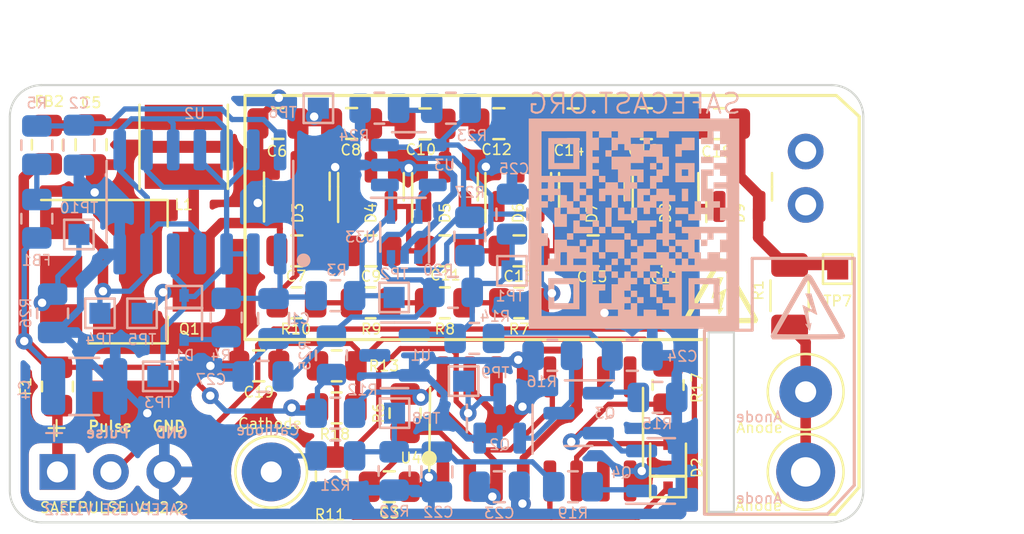
<source format=kicad_pcb>
(kicad_pcb (version 20210424) (generator pcbnew)
  (title_block (title "SafePulse High Voltage Geiger Muller Power Supply") (date "2021-05-15") (rev "V1.2.2"))
  (layers (0 "F.Cu" signal) (1 "In1.Cu" signal) (2 "In2.Cu" signal) (31 "B.Cu" signal) (34 "B.Paste" user) (35 "F.Paste" user) (36 "B.SilkS" user "B.Silkscreen") (37 "F.SilkS" user "F.Silkscreen") (38 "B.Mask" user) (39 "F.Mask" user) (44 "Edge.Cuts" user))
  (net 0 "")
  (net 1 "Net-(C1-Pad1)")
  (net 2 "Net-(C3-Pad1)")
  (net 3 "GND")
  (net 4 "Net-(C5-Pad1)")
  (net 5 "Net-(C7-Pad1)")
  (net 6 "Net-(C7-Pad2)")
  (net 7 "Net-(C24-Pad1)")
  (net 8 "+3V3")
  (net 9 "Net-(Q2-Pad3)")
  (net 10 "Net-(Q2-Pad1)")
  (net 11 "Net-(C2-Pad1)")
  (net 12 "Net-(D1-Pad1)")
  (net 13 "+1V2")
  (net 14 "Net-(Q1-Pad1)")
  (net 15 "Net-(D1-Pad2)")
  (net 16 "Net-(D2-Pad1)")
  (net 17 "Net-(C22-Pad1)")
  (net 18 "Net-(FB1-Pad2)")
  (net 19 "Net-(H1-Pad1)")
  (net 20 "Net-(H2-Pad1)")
  (net 21 "Net-(R8-Pad2)")
  (net 22 "Net-(C19-Pad1)")
  (net 23 "Net-(D2-Pad2)")
  (net 24 "Net-(F1-Pad1)")
  (net 25 "Net-(R10-Pad2)")
  (net 26 "Net-(U4-Pad12)")
  (net 34 "Net-(Q3-Pad2)")
  (net 35 "Net-(Q4-Pad1)")
  (net 36 "Net-(R7-Pad2)")
  (net 37 "Net-(C27-Pad1)")
  (net 38 "Net-(Q1-Pad3)")
  (net 39 "Net-(C6-Pad2)")
  (net 40 "Net-(C10-Pad1)")
  (net 41 "Net-(C11-Pad1)")
  (net 42 "Net-(C10-Pad2)")
  (net 43 "Net-(C11-Pad2)")
  (net 44 "Net-(C12-Pad2)")
  (net 45 "Net-(C13-Pad2)")
  (net 46 "Net-(C14-Pad2)")
  (net 47 "Net-(C15-Pad2)")
  (net 48 "Net-(C16-Pad2)")
  (net 49 "Net-(C17-Pad2)")
  (net 50 "Net-(C18-Pad2)")
  (net 51 "Net-(R7-Pad1)")
  (net 52 "Net-(U3-Pad1)")
  (net 53 "Net-(R23-Pad2)")
  (net 54 "Net-(R27-Pad1)")
  (footprint "Capacitor_SMD:C_0805_2012Metric" (layer "F.Cu") (at 146.918666 65.05)
    (fp_text reference "C11")
    (fp_text value "0.1uF" hide)
  )
  (footprint "Resistor_SMD:R_0805_2012Metric" (layer "F.Cu") (at 128.5 71.501 90)
    (fp_text reference "F1")
    (fp_text value "Polyfuse" hide)
  )
  (footprint "Connector_PinHeader_2.54mm:PinHeader_1x02_P2.54mm_Vertical" (layer "F.Cu") (at 164.06 60.325)
    (fp_text reference "two_pinheader1" hide)
    (fp_text value "Conn_01x03_Male" hide)
  )
  (footprint "Capacitor_SMD:C_0805_2012Metric" (layer "F.Cu") (at 143.398333 65.05)
    (fp_text reference "C9")
    (fp_text value "0.1uF" hide)
  )
  (footprint "TestPoint:TestPoint_Loop_D3.50mm_Drill1.4mm_Beaded" (layer "F.Cu") (at 164.06 71.755 90)
    (fp_text reference "H2" hide)
    (fp_text value "Anode")
  )
  (footprint "TestPoint:TestPoint_Loop_D3.50mm_Drill1.4mm_Beaded" (layer "F.Cu") (at 164.06 75.565)
    (fp_text reference "H4" hide)
    (fp_text value "Anode")
  )
  (footprint "Package_TO_SOT_SMD:SOT-23" (layer "F.Cu") (at 157.4 62 90)
    (fp_text reference "D8")
    (fp_text value "BAV23S" hide)
  )
  (footprint "Package_TO_SOT_SMD:SOT-23" (layer "F.Cu") (at 143.4 62 90)
    (fp_text reference "D4")
    (fp_text value "BAV23S" hide)
  )
  (footprint "Capacitor_SMD:C_0805_2012Metric" (layer "F.Cu") (at 149.48 59)
    (fp_text reference "C12")
    (fp_text value "0.1uF" hide)
  )
  (footprint "Capacitor_SMD:C_0805_2012Metric" (layer "F.Cu") (at 150.438999 65.05)
    (fp_text reference "C13")
    (fp_text value "0.1uF" hide)
  )
  (footprint "Resistor_SMD:R_0805_2012Metric" (layer "F.Cu") (at 157.52 71.4325 -90)
    (fp_text reference "R17")
    (fp_text value "499k" hide)
  )
  (footprint "Capacitor_SMD:C_0805_2012Metric" (layer "F.Cu") (at 145.97 59.01)
    (fp_text reference "C10")
    (fp_text value "0.1uF" hide)
  )
  (footprint "Package_TO_SOT_SMD:SOT-23" (layer "F.Cu") (at 139.878 61.976 90)
    (fp_text reference "D3")
    (fp_text value "BAV23S" hide)
  )
  (footprint "Resistor_SMD:R_0805_2012Metric" (layer "F.Cu") (at 146.911998 67.52 180)
    (fp_text reference "R8")
    (fp_text value "22M" hide)
  )
  (footprint "Resistor_SMD:R_0805_2012Metric" (layer "F.Cu") (at 128.02 60 90)
    (fp_text reference "FB2")
    (fp_text value "74279220321" hide)
  )
  (footprint "Resistor_SMD:R_0805_2012Metric" (layer "F.Cu") (at 150.438999 67.52 180)
    (fp_text reference "R7")
    (fp_text value "22M" hide)
  )
  (footprint "Resistor_SMD:R_0805_2012Metric" (layer "F.Cu") (at 145.02 72.77 -90)
    (fp_text reference "R6")
    (fp_text value "121k" hide)
  )
  (footprint "Capacitor_SMD:C_0805_2012Metric" (layer "F.Cu") (at 153.959332 65.05)
    (fp_text reference "C15")
    (fp_text value "0.1uF" hide)
  )
  (footprint "Package_TO_SOT_SMD:SOT-23" (layer "F.Cu") (at 150.4 62 90)
    (fp_text reference "D6")
    (fp_text value "BAV23S" hide)
  )
  (footprint "TestPoint:TestPoint_Loop_D2.60mm_Drill1.4mm_Beaded" (layer "F.Cu") (at 138.66 75.565)
    (fp_text reference "H1" hide)
    (fp_text value "Cathode")
  )
  (footprint "Package_TO_SOT_SMD:SOT-23" (layer "F.Cu") (at 153.9 62 90)
    (fp_text reference "D7")
    (fp_text value "BAV23S" hide)
  )
  (footprint "Capacitor_SMD:C_0805_2012Metric" (layer "F.Cu") (at 138.98 58.99)
    (fp_text reference "C6")
    (fp_text value "0.1uF" hide)
  )
  (footprint "Capacitor_SMD:C_0805_2012Metric" (layer "F.Cu") (at 130.1 60 -90)
    (fp_text reference "C5")
    (fp_text value "10uF" hide)
  )
  (footprint "Connector_PinHeader_2.54mm:PinHeader_1x03_P2.54mm_Vertical" (layer "F.Cu") (at 128.5 75.565 90)
    (fp_text reference "J1" hide)
    (fp_text value "Conn_01x03_Male" hide)
  )
  (footprint "Symbol:HV warning" (layer "F.Cu") (at 159.996 66.929)
    (fp_text reference "G3" hide)
    (fp_text value "LOGO" hide)
  )
  (footprint "Resistor_SMD:R_1206_3216Metric" (layer "F.Cu") (at 163.298 67.183 -90)
    (fp_text reference "R1")
    (fp_text value "4.99M" hide)
  )
  (footprint "Capacitor_SMD:C_0805_2012Metric" (layer "F.Cu") (at 157.479665 65.05)
    (fp_text reference "C17")
    (fp_text value "0.1uF" hide)
  )
  (footprint "Resistor_SMD:R_0805_2012Metric" (layer "F.Cu") (at 141.77 72.52 180)
    (fp_text reference "R18")
    (fp_text value "1k" hide)
  )
  (footprint "Capacitor_SMD:C_0805_2012Metric" (layer "F.Cu") (at 139.878 65.05)
    (fp_text reference "C7")
    (fp_text value "0.1uF" hide)
  )
  (footprint "Capacitor_SMD:C_0805_2012Metric" (layer "F.Cu") (at 153.01 59.01)
    (fp_text reference "C14")
    (fp_text value "0.1uF" hide)
  )
  (footprint "Inductor_SMD:L_Taiyo-Yuden_MD-4040" (layer "F.Cu") (at 134.5 60.1 -90)
    (fp_text reference "L1")
    (fp_text value "4.7uH" hide)
  )
  (footprint "Resistor_SMD:R_0805_2012Metric" (layer "F.Cu") (at 141.52 75.77 90)
    (fp_text reference "R11")
    (fp_text value "33k" hide)
  )
  (footprint "Resistor_SMD:R_0805_2012Metric" (layer "F.Cu") (at 139.858 67.52)
    (fp_text reference "R10")
    (fp_text value "22M" hide)
  )
  (footprint "Capacitor_SMD:C_0805_2012Metric" (layer "F.Cu") (at 159.97 59)
    (fp_text reference "C18")
    (fp_text value "0.1uF" hide)
  )
  (footprint "Resistor_SMD:R_0805_2012Metric" (layer "F.Cu") (at 143.384999 67.52 180)
    (fp_text reference "R9")
    (fp_text value "22M" hide)
  )
  (footprint "Resistor_SMD:R_0805_2012Metric" (layer "F.Cu") (at 141.77 70.52 180)
    (fp_text reference "R13")
    (fp_text value "100k" hide)
  )
  (footprint "Capacitor_SMD:C_0805_2012Metric" (layer "F.Cu") (at 156.49 59)
    (fp_text reference "C16")
    (fp_text value "0.1uF" hide)
  )
  (footprint "Symbol:QR_code_SafePulse" (layer "F.Cu") (at 155.9 63.755)
    (fp_text reference "G***" hide)
    (fp_text value "LOGO" hide)
  )
  (footprint "Package_SO:SOIC-16_3.9x9.9mm_P1.27mm" (layer "F.Cu") (at 151.27 73.52 90)
    (fp_text reference "U4")
    (fp_text value "CD14538BM" hide)
  )
  (footprint "Package_TO_SOT_SMD:SOT-223-3_TabPin4" (layer "F.Cu") (at 131.826 66.04)
    (fp_text reference "Q1")
    (fp_text value "FQT7N10L" hide)
  )
  (footprint "Package_TO_SOT_SMD:SOT-23" (layer "F.Cu") (at 160.9 62 90)
    (fp_text reference "D9")
    (fp_text value "BAV23S" hide)
  )
  (footprint "Diode_SMD:D_SOD-323" (layer "F.Cu") (at 157.52 75.27 90)
    (fp_text reference "D2")
    (fp_text value "BAS16J" hide)
  )
  (footprint "TestPoint:TestPoint_Pad_1.0x1.0mm" (layer "F.Cu") (at 165.584 65.913)
    (fp_text reference "TP7")
    (fp_text value "TestPoint" hide)
  )
  (footprint "Capacitor_SMD:C_0805_2012Metric" (layer "F.Cu") (at 138.07 70.52 180)
    (fp_text reference "C19")
    (fp_text value "10uF" hide)
  )
  (footprint "Capacitor_SMD:C_0805_2012Metric" (layer "F.Cu") (at 142.48 58.99)
    (fp_text reference "C8")
    (fp_text value "0.1uF" hide)
  )
  (footprint "Package_TO_SOT_SMD:SOT-23" (layer "F.Cu") (at 146.918666 62 90)
    (fp_text reference "D5")
    (fp_text value "BAV23S" hide)
  )
  (footprint "Capacitor_SMD:C_0805_2012Metric" (layer "F.Cu") (at 144.27 76.27)
    (fp_text reference "C3")
    (fp_text value "1nF" hide)
  )
  (footprint "TestPoint:TestPoint_Pad_1.0x1.0mm" (layer "B.Cu") (at 132.52 68.02 180)
    (fp_text reference "TP5")
    (fp_text value "TestPoint" hide)
  )
  (footprint "Resistor_SMD:R_0805_2012Metric" (layer "B.Cu") (at 141.708 74.803)
    (fp_text reference "R21")
    (fp_text value "47k" hide)
  )
  (footprint "TestPoint:TestPoint_Pad_1.0x1.0mm" (layer "B.Cu") (at 150.1 66 180)
    (fp_text reference "TP1")
    (fp_text value "TestPoint" hide)
  )
  (footprint "Resistor_SMD:R_0805_2012Metric" (layer "B.Cu") (at 141.708 72.771)
    (fp_text reference "R12")
    (fp_text value "100" hide)
  )
  (footprint "Package_TO_SOT_SMD:SOT-23" (layer "B.Cu") (at 153.27 72.77 180)
    (fp_text reference "Q3")
    (fp_text value "MMBT3906" hide)
  )
  (footprint "TestPoint:TestPoint_Pad_1.0x1.0mm" (layer "B.Cu") (at 140.9 58.265 180)
    (fp_text reference "TP6")
    (fp_text value "TestPoint" hide)
  )
  (footprint "Resistor_SMD:R_0805_2012Metric" (layer "B.Cu") (at 143.8 58.265 180)
    (fp_text reference "R24")
    (fp_text value "22k" hide)
  )
  (footprint "Capacitor_SMD:C_0805_2012Metric" (layer "B.Cu") (at 149.5 76.27)
    (fp_text reference "C23")
    (fp_text value "10uF" hide)
  )
  (footprint "Capacitor_SMD:C_0805_2012Metric" (layer "B.Cu") (at 129.52 60.02 -90)
    (fp_text reference "C2")
    (fp_text value "10uF" hide)
  )
  (footprint "TestPoint:TestPoint_Pad_1.0x1.0mm" (layer "B.Cu") (at 133.27 71.02 180)
    (fp_text reference "TP3")
    (fp_text value "TestPoint" hide)
  )
  (footprint "Capacitor_SMD:C_0805_2012Metric" (layer "B.Cu") (at 155.82 70.02)
    (fp_text reference "C24")
    (fp_text value "10nF" hide)
  )
  (footprint "Resistor_SMD:R_0805_2012Metric" (layer "B.Cu") (at 141.52 70.02 90)
    (fp_text reference "R25")
    (fp_text value "100" hide)
  )
  (footprint "Resistor_SMD:R_0805_2012Metric" (layer "B.Cu") (at 144.502 75.52 -90)
    (fp_text reference "R22")
    (fp_text value "20k" hide)
  )
  (footprint "Diode_SMD:D_SOD-323" (layer "B.Cu") (at 134.52 68.22 -90)
    (fp_text reference "D1")
    (fp_text value "BAS16J" hide)
  )
  (footprint "Resistor_SMD:R_0805_2012Metric" (layer "B.Cu") (at 127.52 60.02 -90)
    (fp_text reference "R5")
    (fp_text value "100" hide)
  )
  (footprint "Capacitor_SMD:C_0805_2012Metric" (layer "B.Cu") (at 146.534 75.565 -90)
    (fp_text reference "C22")
    (fp_text value "390pF" hide)
  )
  (footprint "Package_TO_SOT_SMD:SOT-23" (layer "B.Cu") (at 157.2 75.52)
    (fp_text reference "Q4")
    (fp_text value "MMBT3906" hide)
  )
  (footprint "Resistor_SMD:R_0805_2012Metric" (layer "B.Cu") (at 147.3 67.024)
    (fp_text reference "R20")
    (fp_text value "118K" hide)
  )
  (footprint "Package_TO_SOT_SMD:SOT-23" (layer "B.Cu") (at 149.52 73.02 90)
    (fp_text reference "Q2")
    (fp_text value "BC846A" hide)
  )
  (footprint "Symbol:HV warning" (layer "B.Cu") (at 164.2 67.7 180)
    (fp_text reference "G2" hide)
    (fp_text value "LOGO" hide)
  )
  (footprint "TestPoint:TestPoint_Pad_1.0x1.0mm" (layer "B.Cu") (at 129.52 64.27 180)
    (fp_text reference "TP10")
    (fp_text value "TestPoint" hide)
  )
  (footprint "Resistor_SMD:R_0805_2012Metric" (layer "B.Cu") (at 147.2 58.265 180)
    (fp_text reference "R23")
    (fp_text value "1.54M" hide)
  )
  (footprint "Capacitor_SMD:C_0805_2012Metric" (layer "B.Cu") (at 138.77 68.27 -90)
    (fp_text reference "C1")
    (fp_text value "150pF" hide)
  )
  (footprint "Resistor_SMD:R_0805_2012Metric" (layer "B.Cu") (at 148.312 69.215)
    (fp_text reference "R14")
    (fp_text value "357k" hide)
  )
  (footprint "TestPoint:TestPoint_Pad_1.0x1.0mm" (layer "B.Cu") (at 144.5 67.265 180)
    (fp_text reference "TP2")
    (fp_text value "TestPoint" hide)
  )
  (footprint "TestPoint:TestPoint_Pad_1.0x1.0mm" (layer "B.Cu") (at 144.52 72.77 180)
    (fp_text reference "TP8")
    (fp_text value "TestPoint" hide)
  )
  (footprint "TestPoint:TestPoint_Pad_1.0x1.0mm" (layer "B.Cu") (at 147.804 71.247 180)
    (fp_text reference "TP9")
    (fp_text value "TestPoint" hide)
  )
  (footprint "Package_SO:SOIC-14_3.9x8.7mm_P1.27mm" (layer "B.Cu") (at 135.27 62.72 90)
    (fp_text reference "U2")
    (fp_text value "74HC14" hide)
  )
  (footprint "Resistor_SMD:R_0805_2012Metric" (layer "B.Cu") (at 128.27 68.02 -90)
    (fp_text reference "R26")
    (fp_text value "0.1E" hide)
  )
  (footprint "Capacitor_SMD:C_0805_2012Metric" (layer "B.Cu") (at 138.27 71.02 180)
    (fp_text reference "C27")
    (fp_text value "10uF" hide)
  )
  (footprint "Resistor_SMD:R_0805_2012Metric" (layer "B.Cu") (at 141.708 67.183)
    (fp_text reference "R3")
    (fp_text value "100K" hide)
  )
  (footprint "Resistor_SMD:R_0805_2012Metric" (layer "B.Cu") (at 136.52 68.22 -90)
    (fp_text reference "R4")
    (fp_text value "10K" hide)
  )
  (footprint "Package_TO_SOT_SMD:SOT-23-5" (layer "B.Cu") (at 145.2 60.965)
    (fp_text reference "U3")
    (fp_text value "TLV27L1DBVT" hide)
  )
  (footprint "Resistor_SMD:R_0805_2012Metric" (layer "B.Cu") (at 157.02 72.02)
    (fp_text reference "R15")
    (fp_text value "220k" hide)
  )
  (footprint "TestPoint:TestPoint_Pad_1.0x1.0mm" (layer "B.Cu") (at 130.52 68.02 180)
    (fp_text reference "TP4")
    (fp_text value "TestPoint" hide)
  )
  (footprint "Package_TO_SOT_SMD:SOT-23" (layer "B.Cu") (at 144.52 70.02 180)
    (fp_text reference "U1")
    (fp_text value "TS4061AILT-1.25" hide)
  )
  (footprint "Resistor_SMD:R_0805_2012Metric" (layer "B.Cu") (at 152.02 70.02 180)
    (fp_text reference "R16")
    (fp_text value "1M" hide)
  )
  (footprint "Capacitor_SMD:C_0805_2012Metric" (layer "B.Cu") (at 150.1 63.3 90)
    (fp_text reference "C25")
    (fp_text value "10nF" hide)
  )
  (footprint "Resistor_SMD:R_0805_2012Metric" (layer "B.Cu") (at 127.52 63.52 90)
    (fp_text reference "FB1")
    (fp_text value "74279220321" hide)
  )
  (footprint "Resistor_SMD:R_0805_2012Metric" (layer "B.Cu") (at 148.1 64.365 -90)
    (fp_text reference "R27")
    (fp_text value "1.54M" hide)
  )
  (footprint "Capacitor_SMD:C_1210_3225Metric" (layer "B.Cu") (at 129.77 71.501)
    (fp_text reference "C4")
    (fp_text value "47uF" hide)
  )
  (footprint "Resistor_SMD:R_0805_2012Metric" (layer "B.Cu") (at 153 76.27 180)
    (fp_text reference "R19")
    (fp_text value "100k" hide)
  )
  (footprint "Package_TO_SOT_SMD:SOT-353_SC-70-5" (layer "B.Cu") (at 145 64.389 90)
    (fp_text reference "U33")
    (fp_text value "MAX9910EXK+T" hide)
  )
  (gr_line (start 159.27 77.575) (end 165.1 77.575) (layer "B.SilkS") (width 0.15))
  (gr_line (start 166.37 76.2) (end 165.1 77.575) (layer "B.SilkS") (width 0.15))
  (gr_line (start 159.27 68.825) (end 161.495 68.825) (layer "B.SilkS") (width 0.15))
  (gr_line (start 161.52 65.405) (end 166.37 65.405) (layer "B.SilkS") (width 0.15))
  (gr_line (start 133.67 67.77) (end 135.37 67.77) (layer "B.SilkS") (width 0.15))
  (gr_line (start 166.37 65.405) (end 166.37 76.2) (layer "B.SilkS") (width 0.15))
  (gr_line (start 159.25 68.835) (end 159.25 77.575) (layer "B.SilkS") (width 0.15))
  (gr_circle (center 140.2 65.5) (end 139.95 65.5) (layer "B.SilkS") (width 0.15) (fill solid))
  (gr_line (start 161.52 68.825) (end 161.52 65.405) (layer "B.SilkS") (width 0.15))
  (gr_line (start 137.414 69.27) (end 159.4 69.27) (layer "F.SilkS") (width 0.15))
  (gr_line (start 158.37 75.77) (end 156.67 75.77) (layer "F.SilkS") (width 0.15))
  (gr_line (start 159.4 69.27) (end 159.4 77.57) (layer "F.SilkS") (width 0.15))
  (gr_line (start 159.4 77.585) (end 165.471 77.580787) (layer "F.SilkS") (width 0.15))
  (gr_line (start 137.414 69.27) (end 137.414 57.658) (layer "F.SilkS") (width 0.15))
  (gr_line (start 166.597 76.3) (end 165.471 77.580787) (layer "F.SilkS") (width 0.15))
  (gr_line (start 166.604 58.658) (end 166.597 76.3) (layer "F.SilkS") (width 0.15))
  (gr_line (start 165.52 57.658) (end 137.414 57.658) (layer "F.SilkS") (width 0.15))
  (gr_line (start 165.52 57.658) (end 166.604 58.658) (layer "F.SilkS") (width 0.15))
  (gr_arc (start 165.3 76.465) (end 166.8 76.465) (angle 90) (layer "Edge.Cuts") (width 0.1))
  (gr_line (start 165.3 77.965) (end 127.738 77.965) (layer "Edge.Cuts") (width 0.1))
  (gr_line (start 166.8 58.665) (end 166.8 76.465) (layer "Edge.Cuts") (width 0.1))
  (gr_arc (start 127.738 58.665) (end 126.238 58.665) (angle 90) (layer "Edge.Cuts") (width 0.1))
  (gr_arc (start 165.3 58.665) (end 165.3 57.165) (angle 90) (layer "Edge.Cuts") (width 0.1))
  (gr_rect (start 159.45 68.925) (end 160.65 77.465) (layer "Edge.Cuts") (width 0.1) (fill none))
  (gr_line (start 165.3 57.165) (end 127.738 57.165) (layer "Edge.Cuts") (width 0.1))
  (gr_arc (start 127.738 76.465) (end 126.238 76.465) (angle -90) (layer "Edge.Cuts") (width 0.1))
  (gr_line (start 126.238 76.465) (end 126.238 58.665) (layer "Edge.Cuts") (width 0.1))
  (gr_text "GND\n" (at 133.925 73.7) (layer "B.SilkS") (effects (font (size 0.5 0.5) (thickness 0.1)) (justify mirror)))
  (gr_text "SAFECAST.ORG" (at 155.93 58.045) (layer "B.SilkS") (effects (font (size 0.95 0.95) (thickness 0.1)) (justify mirror)))
  (gr_text "+" (at 128.341 73.64) (layer "B.SilkS") (effects (font (size 1 1) (thickness 0.1)) (justify mirror)))
  (gr_text "SAFEPULSE V1.2.2\n" (at 131.3 77.365) (layer "B.SilkS") (effects (font (size 0.5 0.5) (thickness 0.075)) (justify mirror)))
  (gr_text "Pulse" (at 130.881 73.7) (layer "B.SilkS") (effects (font (size 0.5 0.5) (thickness 0.1)) (justify mirror)))
  (gr_text "SAFEPULSE V1.2.2\n" (at 131.1 77.265) (layer "F.SilkS") (effects (font (size 0.5 0.5) (thickness 0.075))))
  (gr_text "+" (at 128.46 73.4) (layer "F.SilkS") (effects (font (size 1 1) (thickness 0.1))))
  (gr_text "Pulse" (at 131 73.4) (layer "F.SilkS") (effects (font (size 0.5 0.5) (thickness 0.1))))
  (gr_text "GND\n" (at 133.794 73.4) (layer "F.SilkS") (effects (font (size 0.5 0.5) (thickness 0.1))))
  (via (at 149.17 76.7435) (size 0.8) (drill 0.4) (layers "F.Cu" "B.Cu") (net 0))
  (via (at 145.77 72.02) (size 0.8) (drill 0.4) (layers "F.Cu" "B.Cu") (net 0))
  (segment (start 138.77 67.32) (end 138.845 67.245) (width 0.25) (layer "B.Cu") (net 1))
  (segment (start 138.758 67.3075) (end 138.77 67.32) (width 0.25) (layer "B.Cu") (net 1))
  (segment (start 139.08 65.195) (end 139.08 67.01) (width 0.25) (layer "B.Cu") (net 1))
  (segment (start 139.08 67.01) (end 138.77 67.32) (width 0.25) (layer "B.Cu") (net 1))
  (segment (start 138.845 67.245) (end 140.3825 67.245) (width 0.25) (layer "B.Cu") (net 1))
  (segment (start 136.52 67.3075) (end 138.758 67.3075) (width 0.25) (layer "B.Cu") (net 1))
  (segment (start 143.32 76.27) (end 145.02 74.57) (width 0.25) (layer "F.Cu") (net 2))
  (segment (start 148.095 75.095) (end 146.6825 73.6825) (width 0.25) (layer "F.Cu") (net 2))
  (segment (start 148.095 76.695) (end 148.095 75.995) (width 0.25) (layer "F.Cu") (net 2))
  (segment (start 145.02 74.57) (end 145.02 73.6825) (width 0.25) (layer "F.Cu") (net 2))
  (segment (start 148.095 75.995) (end 148.095 75.095) (width 0.25) (layer "F.Cu") (net 2))
  (segment (start 146.6825 73.6825) (end 145.02 73.6825) (width 0.25) (layer "F.Cu") (net 2))
  (segment (start 150.6 72.465) (end 150.045 73.02) (width 0.3302) (layer "F.Cu") (net 3))
  (segment (start 153.175 71.045) (end 153.175 72.365) (width 0.3302) (layer "F.Cu") (net 3))
  (segment (start 150.635 74.905) (end 150.635 75.995) (width 0.3302) (layer "F.Cu") (net 3))
  (segment (start 130.5 62.04) (end 130.27 62.27) (width 0.5) (layer "F.Cu") (net 3))
  (segment (start 130.5 60.95) (end 130.5 62.04) (width 0.5) (layer "F.Cu") (net 3))
  (segment (start 155.795 75.995) (end 155.715 75.995) (width 0.3302) (layer "F.Cu") (net 3))
  (segment (start 146.825 76.467) (end 146.825 75.995) (width 0.3302) (layer "F.Cu") (net 3))
  (segment (start 146.495 75.995) (end 146.825 75.995) (width 0.3302) (layer "F.Cu") (net 3))
  (segment (start 148.095 71.595) (end 148.095 71.045) (width 0.3302) (layer "F.Cu") (net 3))
  (segment (start 156.27 75.52) (end 155.795 75.995) (width 0.3302) (layer "F.Cu") (net 3))
  (segment (start 135.77 70.52) (end 137.12 70.52) (width 0.3302) (layer "F.Cu") (net 3))
  (segment (start 138.02 59.03) (end 138.05 59) (width 0.3302) (layer "F.Cu") (net 3))
  (segment (start 151 69.77) (end 152.83 69.77) (width 0.3302) (layer "F.Cu") (net 3))
  (segment (start 149.52 73.02) (end 148.095 71.595) (width 0.3302) (layer "F.Cu") (net 3))
  (segment (start 145.77 76.27) (end 146.27 75.77) (width 0.3302) (layer "F.Cu") (net 3))
  (segment (start 146.27 75.77) (end 146.495 75.995) (width 0.3302) (layer "F.Cu") (net 3))
  (segment (start 150.52 75.88) (end 150.635 75.995) (width 0.3302) (layer "F.Cu") (net 3))
  (segment (start 138.05 59) (end 138.05 58.65) (width 0.3302) (layer "F.Cu") (net 3))
  (segment (start 152.83 69.77) (end 153.175 70.115) (width 0.3302) (layer "F.Cu") (net 3))
  (segment (start 138.05 58.74) (end 139.02 57.77) (width 0.3302) (layer "F.Cu") (net 3))
  (segment (start 138.02 62.77) (end 138.02 59.03) (width 0.3302) (layer "F.Cu") (net 3))
  (segment (start 138.05 59) (end 138.05 58.74) (width 0.3302) (layer "F.Cu") (net 3))
  (segment (start 150.635 70.135) (end 151 69.77) (width 0.3302) (layer "F.Cu") (net 3))
  (segment (start 145.22 76.27) (end 145.77 76.27) (width 0.3302) (layer "F.Cu") (net 3))
  (segment (start 153.175 70.115) (end 153.175 71.045) (width 0.3302) (layer "F.Cu") (net 3))
  (segment (start 150.045 73.02) (end 149.52 73.02) (width 0.3302) (layer "F.Cu") (net 3))
  (segment (start 153.175 72.365) (end 150.635 74.905) (width 0.3302) (layer "F.Cu") (net 3))
  (segment (start 150.635 71.045) (end 150.635 70.135) (width 0.3302) (layer "F.Cu") (net 3))
  (via (at 145.2 61.113817) (size 0.8) (drill 0.4) (layers "F.Cu" "B.Cu") (net 3))
  (via (at 154.5 68) (size 0.8) (drill 0.4) (layers "F.Cu" "B.Cu") (net 3))
  (via (at 146.153 75.819) (size 0.8) (drill 0.4) (layers "F.Cu" "B.Cu") (net 3))
  (via (at 150.4 70.231) (size 0.8) (drill 0.4) (layers "F.Cu" "B.Cu") (net 3))
  (via (at 150.6 77.0725) (size 0.8) (drill 0.4) (layers "F.Cu" "B.Cu") (net 3))
  (via (at 132.77 72.77) (size 0.8) (drill 0.4) (layers "F.Cu" "B.Cu") (net 3))
  (via (at 141.7 61.065) (size 0.8) (drill 0.4) (layers "F.Cu" "B.Cu") (net 3))
  (via (at 148.861441 61.04987) (size 0.8) (drill 0.4) (layers "F.Cu" "B.Cu") (net 3))
  (via (at 138.02 62.77) (size 0.8) (drill 0.4) (layers "F.Cu" "B.Cu") (net 3))
  (via (at 156.27 75.52) (size 0.8) (drill 0.4) (layers "F.Cu" "B.Cu") (net 3))
  (via (at 150.6 72.465) (size 0.8) (drill 0.4) (layers "F.Cu" "B.Cu") (net 3))
  (via (at 135.77 70.52) (size 0.8) (drill 0.4) (layers "F.Cu" "B.Cu") (net 3))
  (via (at 130.27 62.27) (size 0.8) (drill 0.4) (layers "F.Cu" "B.Cu") (net 3))
  (via (at 139.02 57.77) (size 0.8) (drill 0.4) (layers "F.Cu" "B.Cu") (net 3))
  (segment (start 150.6 72.465) (end 150.4 72.665) (width 0.3302) (layer "B.Cu") (net 3))
  (segment (start 158.1375 77.5165) (end 158.141 77.52) (width 0.3302) (layer "B.Cu") (net 3))
  (segment (start 130.27 62.27) (end 129.52 61.52) (width 0.3302) (layer "B.Cu") (net 3))
  (segment (start 139.02 57.77) (end 139.25 58) (width 0.3302) (layer "B.Cu") (net 3))
  (segment (start 128.4525 68.9325) (end 128.27 68.9325) (width 0.3302) (layer "B.Cu") (net 3))
  (segment (start 131.318 70.612) (end 131.318 70.568) (width 0.25) (layer "B.Cu") (net 3))
  (segment (start 146.88 72.855) (end 147.9825 73.9575) (width 0.3302) (layer "B.Cu") (net 3))
  (segment (start 131.318 71.3415) (end 131.342 71.3415) (width 0.25) (layer "B.Cu") (net 3))
  (segment (start 137.52 70.52) (end 135.77 70.52) (width 0.25) (layer "B.Cu") (net 3))
  (segment (start 146.27 76.47) (end 146.27 77.52) (width 0.3302) (layer "B.Cu") (net 3))
  (segment (start 131.46 65.195) (end 131.46 63.465) (width 0.3302) (layer "B.Cu") (net 3))
  (segment (start 147.9825 73.9575) (end 148.57 73.9575) (width 0.3302) (layer "B.Cu") (net 3))
  (segment (start 131.46 65.195) (end 131.2 65.195) (width 0.3302) (layer "B.Cu") (net 3))
  (segment (start 146.6 63.065) (end 146.6 63.565) (width 0.3302) (layer "B.Cu") (net 3))
  (segment (start 150.08338 70.20662) (end 150.025 70.265) (width 0.3302) (layer "B.Cu") (net 3))
  (segment (start 131.501 71.501) (end 132.77 72.77) (width 0.3302) (layer "B.Cu") (net 3))
  (segment (start 133.58 75.565) (end 133.58 76.33) (width 0.3302) (layer "B.Cu") (net 3))
  (segment (start 144.0625 60.965) (end 145.051183 60.965) (width 0.3302) (layer "B.Cu") (net 3))
  (segment (start 156.27 75.52) (end 157.4575 75.52) (width 0.3302) (layer "B.Cu") (net 3))
  (segment (start 146.6 63.565) (end 145.9 64.265) (width 0.3302) (layer "B.Cu") (net 3))
  (segment (start 150.22 76.27) (end 150.22 77.47) (width 0.3302) (layer "B.Cu") (net 3))
  (segment (start 129.52 61.52) (end 129.52 60.97) (width 0.3302) (layer "B.Cu") (net 3))
  (segment (start 132.77 72.77) (end 133.52 72.77) (width 0.3302) (layer "B.Cu") (net 3))
  (segment (start 157.9325 72.02) (end 157.9325 75.315) (width 0.5) (layer "B.Cu") (net 3))
  (segment (start 144.27 76.4325) (end 144.27 77.52) (width 0.3302) (layer "B.Cu") (net 3))
  (segment (start 138.77 69.22) (end 138.77 69.27) (width 0.25) (layer "B.Cu") (net 3))
  (segment (start 131.46 63.465) (end 130.27 62.275) (width 0.3302) (layer "B.Cu") (net 3))
  (segment (start 133.58 73.58) (end 132.77 72.77) (width 0.3302) (layer "B.Cu") (net 3))
  (segment (start 146.1625 70.265) (end 145.4575 70.97) (width 0.3302) (layer "B.Cu") (net 3))
  (segment (start 145 64.9391) (end 145 65.339) (width 0.3302) (layer "B.Cu") (net 3))
  (segment (start 128.6765 68.9325) (end 128.27 68.9325) (width 0.3302) (layer "B.Cu") (net 3))
  (segment (start 145.226817 61.087) (end 146.932 61.087) (width 0.3302) (layer "B.Cu") (net 3))
  (segment (start 145.4575 70.97) (end 145.4575 70.8325) (width 0.3302) (layer "B.Cu") (net 3))
  (segment (start 145.051183 60.965) (end 145.2 61.113817) (width 0.3302) (layer "B.Cu") (net 3))
  (segment (start 158.096 77.565) (end 158.141 77.52) (width 0.5) (layer "B.Cu") (net 3))
  (segment (start 146.932 61.087) (end 147.34 61.495) (width 0.3302) (layer "B.Cu") (net 3))
  (segment (start 131.245 71.501) (end 128.6765 68.9325) (width 0.3302) (layer "B.Cu") (net 3))
  (segment (start 138.77 69.22) (end 138.57 69.22) (width 0.25) (layer "B.Cu") (net 3))
  (segment (start 131.2 65.195) (end 129.59 66.805) (width 0.3302) (layer "B.Cu") (net 3))
  (segment (start 138.77 69.27) (end 137.52 70.52) (width 0.25) (layer "B.Cu") (net 3))
  (segment (start 147.34 61.495) (end 147.34 62.325) (width 0.3302) (layer "B.Cu") (net 3))
  (segment (start 129.59 67.795) (end 128.4525 68.9325) (width 0.3302) (layer "B.Cu") (net 3))
  (segment (start 133.58 75.565) (end 133.58 73.58) (width 0.3302) (layer "B.Cu") (net 3))
  (segment (start 138.09 62.7) (end 138.02 62.77) (width 0.3302) (layer "B.Cu") (net 3))
  (segment (start 133.52 72.77) (end 135.77 70.52) (width 0.3302) (layer "B.Cu") (net 3))
  (segment (start 129.59 66.805) (end 129.59 67.795) (width 0.3302) (layer "B.Cu") (net 3))
  (segment (start 157.9325 75.315) (end 158.1375 75.52) (width 0.3302) (layer "B.Cu") (net 3))
  (segment (start 145.9 64.265) (end 145.6741 64.265) (width 0.3302) (layer "B.Cu") (net 3))
  (segment (start 131.318 70.568) (end 131.318 70.612) (width 0.25) (layer "B.Cu") (net 3))
  (segment (start 146.27 75.77) (end 146.27 76.47) (width 0.3302) (layer "B.Cu") (net 3))
  (segment (start 145.4575 70.97) (end 146.005 70.97) (width 0.3302) (layer "B.Cu") (net 3))
  (segment (start 131.318 71.3415) (end 131.318 70.612) (width 0.25) (layer "B.Cu") (net 3))
  (segment (start 134.815 77.565) (end 158.096 77.565) (width 0.5) (layer "B.Cu") (net 3))
  (segment (start 130.27 62.275) (end 130.27 62.27) (width 0.3302) (layer "B.Cu") (net 3))
  (segment (start 150.025 70.265) (end 146.1625 70.265) (width 0.3302) (layer "B.Cu") (net 3))
  (segment (start 131.245 71.501) (end 131.501 71.501) (width 0.3302) (layer "B.Cu") (net 3))
  (segment (start 131.318 72.068) (end 131.318 71.3415) (width 0.5) (layer "B.Cu") (net 3))
  (segment (start 146.88 71.845) (end 146.88 72.855) (width 0.3302) (layer "B.Cu") (net 3))
  (segment (start 158.1375 75.52) (end 158.1375 77.5165) (width 0.5) (layer "B.Cu") (net 3))
  (segment (start 133.58 76.33) (end 134.815 77.565) (width 0.5) (layer "B.Cu") (net 3))
  (segment (start 145.6741 64.265) (end 145 64.9391) (width 0.3302) (layer "B.Cu") (net 3))
  (segment (start 145.2 61.113817) (end 145.226817 61.087) (width 0.3302) (layer "B.Cu") (net 3))
  (segment (start 150.4 72.665) (end 150.393382 72.665) (width 0.3302) (layer "B.Cu") (net 3))
  (segment (start 151.02 69.4794) (end 151.02 70.569) (width 0.25) (layer "B.Cu") (net 3))
  (segment (start 147.34 62.325) (end 146.6 63.065) (width 0.3302) (layer "B.Cu") (net 3))
  (segment (start 146.005 70.97) (end 146.88 71.845) (width 0.3302) (layer "B.Cu") (net 3))
  (segment (start 133.8 59) (end 133.9 58.9) (width 0.5) (layer "F.Cu") (net 4))
  (segment (start 130.5 59.25) (end 130.75 59) (width 0.5) (layer "F.Cu") (net 4))
  (segment (start 130.462 59.0875) (end 130.5 59.05) (width 0.25) (layer "F.Cu") (net 4))
  (segment (start 130.5 59.05) (end 130.5 59.25) (width 0.5) (layer "F.Cu") (net 4))
  (segment (start 130.75 59) (end 133.8 59) (width 0.5) (layer "F.Cu") (net 4))
  (segment (start 128 59.0875) (end 130.462 59.0875) (width 0.5) (layer "F.Cu") (net 4))
  (segment (start 134.05 59.05) (end 134.5 58.6) (width 0.25) (layer "F.Cu") (net 4))
  (segment (start 134.976 64.064) (end 134.976 61.876) (width 0.5) (layer "F.Cu") (net 5))
  (segment (start 134.568 61.468) (end 134.5 61.4) (width 0.25) (layer "F.Cu") (net 5))
  (segment (start 139.05 64.03) (end 139.05 65) (width 0.25) (layer "F.Cu") (net 5))
  (segment (start 139.088 63.656) (end 139.088 63.992) (width 0.25) (layer "F.Cu") (net 5))
  (segment (start 134.976 66.04) (end 134.976 64.064) (width 0.5) (layer "F.Cu") (net 5))
  (segment (start 134.5 61.4) (end 134.609 61.4) (width 0.25) (layer "F.Cu") (net 5))
  (segment (start 138.873 63.726) (end 138.943 63.656) (width 0.25) (layer "F.Cu") (net 5))
  (segment (start 136.314 63.726) (end 134.976 65.064) (width 0.5) (layer "F.Cu") (net 5))
  (segment (start 133.4 61.4) (end 134.5 61.4) (width 0.25) (layer "F.Cu") (net 5))
  (segment (start 134.976 64.064) (end 134.976 66.04) (width 0.25) (layer "F.Cu") (net 5))
  (segment (start 138.873 63.726) (end 136.314 63.726) (width 0.5) (layer "F.Cu") (net 5))
  (segment (start 139.088 63.992) (end 139.05 64.03) (width 0.25) (layer "F.Cu") (net 5))
  (segment (start 133.52 67.02) (end 133.996 67.02) (width 0.5) (layer "F.Cu") (net 5))
  (segment (start 139.004 63.5954) (end 139.004 62.9135) (width 0.25) (layer "F.Cu") (net 5))
  (segment (start 138.943 63.656) (end 139.088 63.656) (width 0.25) (layer "F.Cu") (net 5))
  (segment (start 139.088 63.992) (end 139.088 64.328) (width 0.25) (layer "F.Cu") (net 5))
  (segment (start 138.943 63.656) (end 139.004 63.5954) (width 0.25) (layer "F.Cu") (net 5))
  (segment (start 134.568 61.468) (end 134.5 61.4) (width 0.25) (layer "F.Cu") (net 5))
  (segment (start 134.976 61.876) (end 134.568 61.468) (width 0.25) (layer "F.Cu") (net 5))
  (segment (start 134.976 65.064) (end 134.976 66.04) (width 0.5) (layer "F.Cu") (net 5))
  (via (at 133.52 67.02) (size 0.8) (drill 0.4) (layers "F.Cu" "B.Cu") (net 5))
  (segment (start 133.52 67.27) (end 133.52 67.02) (width 0.25) (layer "B.Cu") (net 5))
  (segment (start 132.52 68.27) (end 133.52 67.27) (width 0.25) (layer "B.Cu") (net 5))
  (segment (start 141.6295 65.0275) (end 141.607 65.05) (width 0.25) (layer "F.Cu") (net 6))
  (segment (start 142.448333 65.05) (end 141.607 65.05) (width 0.25) (layer "F.Cu") (net 6))
  (segment (start 141.6295 62.9135) (end 142.424333 62.9135) (width 0.25) (layer "F.Cu") (net 6))
  (segment (start 141.607 65.05) (end 140.828 65.05) (width 0.25) (layer "F.Cu") (net 6))
  (segment (start 142.628 62.859) (end 142.55 62.9375) (width 0.25) (layer "F.Cu") (net 6))
  (segment (start 141.6295 62.9135) (end 141.6295 65.0275) (width 0.25) (layer "F.Cu") (net 6))
  (segment (start 140.828 62.9135) (end 141.6295 62.9135) (width 0.25) (layer "F.Cu") (net 6))
  (segment (start 142.526 62.9135) (end 142.55 62.9375) (width 0.25) (layer "F.Cu") (net 6))
  (segment (start 142.424333 62.9135) (end 142.448333 62.9375) (width 0.25) (layer "F.Cu") (net 6))
  (segment (start 156.1075 72.02) (end 155.8575 71.77) (width 0.25) (layer "B.Cu") (net 7))
  (segment (start 154.87 70.02) (end 153.805 68.955) (width 0.25) (layer "B.Cu") (net 7))
  (segment (start 149.4845 68.955) (end 149.2245 69.215) (width 0.25) (layer "B.Cu") (net 7))
  (segment (start 155.8575 71.77) (end 154.2575 71.77) (width 0.25) (layer "B.Cu") (net 7))
  (segment (start 154.87 70.02) (end 154.87 71.1575) (width 0.25) (layer "B.Cu") (net 7))
  (segment (start 153.805 68.955) (end 149.4845 68.955) (width 0.25) (layer "B.Cu") (net 7))
  (segment (start 154.2575 71.77) (end 154.2075 71.82) (width 0.25) (layer "B.Cu") (net 7))
  (segment (start 154.87 71.1575) (end 154.2075 71.82) (width 0.25) (layer "B.Cu") (net 7))
  (segment (start 154.87 70.02) (end 154.77 70.02) (width 0.25) (layer "B.Cu") (net 7))
  (segment (start 154.3075 71.92) (end 154.2075 71.82) (width 0.25) (layer "B.Cu") (net 7))
  (segment (start 154.308 71.92) (end 154.3075 71.92) (width 0.25) (layer "B.Cu") (net 7))
  (segment (start 154.308 71.92) (end 154.208 71.82) (width 0.25) (layer "B.Cu") (net 7))
  (segment (start 156.108 72.02) (end 156.1075 72.02) (width 0.25) (layer "B.Cu") (net 7))
  (segment (start 126.9 61.556) (end 127.5235 60.9325) (width 0.5) (layer "F.Cu") (net 8))
  (segment (start 134.4121 70.5885) (end 128.5 70.5885) (width 0.25) (layer "F.Cu") (net 8))
  (segment (start 127.5235 60.9325) (end 128.02 60.9325) (width 0.5) (layer "F.Cu") (net 8))
  (segment (start 128 60.9125) (end 127.391 60.9125) (width 0.25) (layer "F.Cu") (net 8))
  (segment (start 139.6345 72.517) (end 139.6375 72.52) (width 0.25) (layer "F.Cu") (net 8))
  (segment (start 139.6375 72.52) (end 140.9455 72.52) (width 0.25) (layer "F.Cu") (net 8))
  (segment (start 126.756 69.3424) (end 126.9 69.1984) (width 0.5) (layer "F.Cu") (net 8))
  (segment (start 128.499 70.5875) (end 128.5 70.5885) (width 0.25) (layer "F.Cu") (net 8))
  (segment (start 128.412 70.5) (end 128.1 70.5) (width 0.5) (layer "F.Cu") (net 8))
  (segment (start 128.151 70.5875) (end 128.499 70.5875) (width 0.25) (layer "F.Cu") (net 8))
  (segment (start 128.5 70.5875) (end 128.412 70.5) (width 0.25) (layer "F.Cu") (net 8))
  (segment (start 126.9209 69.3424) (end 126.756 69.3424) (width 0.25) (layer "F.Cu") (net 8))
  (segment (start 135.7647 71.9411) (end 134.4121 70.5885) (width 0.25) (layer "F.Cu") (net 8))
  (segment (start 128.1 70.5) (end 126.9424 69.3424) (width 0.5) (layer "F.Cu") (net 8))
  (segment (start 126.9424 69.3424) (end 126.9209 69.3424) (width 0.5) (layer "F.Cu") (net 8))
  (segment (start 128.499 70.5875) (end 128.5 70.5875) (width 0.25) (layer "F.Cu") (net 8))
  (segment (start 127.391 60.9125) (end 128 60.9125) (width 0.25) (layer "F.Cu") (net 8))
  (segment (start 126.9 69.1984) (end 126.9 61.556) (width 0.5) (layer "F.Cu") (net 8))
  (via (at 139.6345 72.517) (size 0.8) (drill 0.4) (layers "F.Cu" "B.Cu") (net 8))
  (via (at 135.7647 71.9411) (size 0.8) (drill 0.4) (layers "F.Cu" "B.Cu") (net 8))
  (via (at 126.9209 69.3424) (size 0.8) (drill 0.4) (layers "F.Cu" "B.Cu") (net 8))
  (segment (start 128.368 71.3415) (end 128.368 70.7895) (width 0.25) (layer "B.Cu") (net 8))
  (segment (start 139.6345 72.6686) (end 136.4922 72.6686) (width 0.25) (layer "B.Cu") (net 8))
  (segment (start 139.7359 72.77) (end 139.6345 72.6686) (width 0.25) (layer "B.Cu") (net 8))
  (segment (start 140.8575 72.77) (end 140.8575 71.595) (width 0.25) (layer "B.Cu") (net 8))
  (segment (start 136.4922 72.6686) (end 135.7647 71.9411) (width 0.25) (layer "B.Cu") (net 8))
  (segment (start 127.0831 69.1802) (end 126.9209 69.3424) (width 0.25) (layer "B.Cu") (net 8))
  (segment (start 140.3793 72.77) (end 139.7359 72.77) (width 0.25) (layer "B.Cu") (net 8))
  (segment (start 128.368 70.7895) (end 126.9209 69.3424) (width 0.25) (layer "B.Cu") (net 8))
  (segment (start 126.9209 65.0316) (end 127.52 64.4325) (width 0.25) (layer "B.Cu") (net 8))
  (segment (start 140.695 72.77) (end 140.695 72.4543) (width 0.25) (layer "B.Cu") (net 8))
  (segment (start 126.9209 69.3424) (end 126.9209 65.0316) (width 0.25) (layer "B.Cu") (net 8))
  (segment (start 140.8575 71.595) (end 141.52 70.9325) (width 0.25) (layer "B.Cu") (net 8))
  (segment (start 140.695 72.4543) (end 140.3793 72.77) (width 0.25) (layer "B.Cu") (net 8))
  (segment (start 139.6345 72.6686) (end 139.6345 72.517) (width 0.25) (layer "B.Cu") (net 8))
  (segment (start 141.77 71.52) (end 141.77 74.6075) (width 0.25) (layer "F.Cu") (net 9))
  (segment (start 143.77 70.73) (end 144.8 69.7) (width 0.25) (layer "F.Cu") (net 9))
  (segment (start 142.1825 74.8575) (end 143.77 73.27) (width 0.25) (layer "F.Cu") (net 9))
  (segment (start 141.77 74.6075) (end 141.52 74.8575) (width 0.25) (layer "F.Cu") (net 9))
  (segment (start 147.45 72.2) (end 148.02 72.77) (width 0.25) (layer "F.Cu") (net 9))
  (segment (start 143.77 73.27) (end 143.77 70.73) (width 0.25) (layer "F.Cu") (net 9))
  (segment (start 147.2 69.7) (end 147.45 69.95) (width 0.25) (layer "F.Cu") (net 9))
  (segment (start 140.8575 70.52) (end 140.8575 70.6075) (width 0.25) (layer "F.Cu") (net 9))
  (segment (start 144.8 69.7) (end 147.2 69.7) (width 0.25) (layer "F.Cu") (net 9))
  (segment (start 147.45 69.95) (end 147.45 72.2) (width 0.25) (layer "F.Cu") (net 9))
  (segment (start 140.8575 70.6075) (end 141.77 71.52) (width 0.25) (layer "F.Cu") (net 9))
  (via (at 148.02 72.77) (size 0.8) (drill 0.4) (layers "F.Cu" "B.Cu") (net 9))
  (segment (start 148.7075 72.0825) (end 149.52 72.0825) (width 0.25) (layer "B.Cu") (net 9))
  (segment (start 149.4575 72.02) (end 149.5133 72.0757) (width 0.25) (layer "B.Cu") (net 9))
  (segment (start 148.02 71.385) (end 148.02 72.77) (width 0.25) (layer "B.Cu") (net 9))
  (segment (start 147.9 71.265) (end 148.02 71.385) (width 0.25) (layer "B.Cu") (net 9))
  (segment (start 148.02 72.77) (end 148.7075 72.0825) (width 0.25) (layer "B.Cu") (net 9))
  (segment (start 149.5133 72.0757) (end 149.52 72.0825) (width 0.25) (layer "B.Cu") (net 9))
  (segment (start 151.7385 73.3637) (end 152.332 72.77) (width 0.25) (layer "B.Cu") (net 10))
  (segment (start 150.47 73.9575) (end 151.145 73.9575) (width 0.25) (layer "B.Cu") (net 10))
  (segment (start 152.9325 72.17) (end 152.3325 72.77) (width 0.25) (layer "B.Cu") (net 10))
  (segment (start 151.7385 73.3637) (end 151.7388 73.3637) (width 0.25) (layer "B.Cu") (net 10))
  (segment (start 152.9325 70.02) (end 152.9325 72.17) (width 0.25) (layer "B.Cu") (net 10))
  (segment (start 151.145 73.9575) (end 151.7385 73.3637) (width 0.25) (layer "B.Cu") (net 10))
  (segment (start 151.7388 73.3637) (end 152.3325 72.77) (width 0.25) (layer "B.Cu") (net 10))
  (segment (start 136.3 58.3) (end 136.8 58.8) (width 0.25) (layer "B.Cu") (net 11))
  (segment (start 136.8 58.8) (end 138.3 58.8) (width 0.25) (layer "B.Cu") (net 11))
  (segment (start 131.7 58.3) (end 136.3 58.3) (width 0.25) (layer "B.Cu") (net 11))
  (segment (start 129.52 59.07) (end 129.59 59) (width 0.25) (layer "B.Cu") (net 11))
  (segment (start 127.52 59.1075) (end 129.4825 59.1075) (width 0.25) (layer "B.Cu") (net 11))
  (segment (start 139.08 59.58) (end 139.08 60.245) (width 0.25) (layer "B.Cu") (net 11))
  (segment (start 129.59 59) (end 131 59) (width 0.25) (layer "B.Cu") (net 11))
  (segment (start 129.4825 59.1075) (end 129.52 59.07) (width 0.25) (layer "B.Cu") (net 11))
  (segment (start 138.3 58.8) (end 139.08 59.58) (width 0.25) (layer "B.Cu") (net 11))
  (segment (start 131 59) (end 131.7 58.3) (width 0.25) (layer "B.Cu") (net 11))
  (segment (start 132.73 60.245) (end 132.73 59.76) (width 0.25) (layer "B.Cu") (net 12))
  (segment (start 137.81 60.245) (end 137.81 60.73) (width 0.25) (layer "B.Cu") (net 12))
  (segment (start 132.73 61.23) (end 133.52 62.02) (width 0.25) (layer "B.Cu") (net 12))
  (segment (start 134.52 67.77) (end 133.52 68.77) (width 0.25) (layer "B.Cu") (net 12))
  (segment (start 134.52 67.17) (end 134.52 66.72) (width 0.25) (layer "B.Cu") (net 12))
  (segment (start 134.52 66.72) (end 134 66.2) (width 0.25) (layer "B.Cu") (net 12))
  (segment (start 136.54 65.7) (end 135.02 67.22) (width 0.25) (layer "B.Cu") (net 12))
  (segment (start 132.73 60.245) (end 132.73 61.23) (width 0.25) (layer "B.Cu") (net 12))
  (segment (start 135.27 60.245) (end 135.27 61.02) (width 0.25) (layer "B.Cu") (net 12))
  (segment (start 137.77 60.285) (end 137.81 60.245) (width 0.25) (layer "B.Cu") (net 12))
  (segment (start 136.54 65.195) (end 137.81 65.195) (width 0.25) (layer "B.Cu") (net 12))
  (segment (start 134.02 65.175) (end 134 65.195) (width 0.25) (layer "B.Cu") (net 12))
  (segment (start 133.52 70.77) (end 133.27 71.02) (width 0.25) (layer "B.Cu") (net 12))
  (segment (start 134.57 67.22) (end 134.52 67.17) (width 0.25) (layer "B.Cu") (net 12))
  (segment (start 136.54 62) (end 135.27 60.73) (width 0.25) (layer "B.Cu") (net 12))
  (segment (start 137.77 60.77) (end 137.77 60.285) (width 0.25) (layer "B.Cu") (net 12))
  (segment (start 136.54 65.195) (end 136.54 62.25) (width 0.25) (layer "B.Cu") (net 12))
  (segment (start 133.52 62.02) (end 136.52 62.02) (width 0.25) (layer "B.Cu") (net 12))
  (segment (start 136.54 65.195) (end 136.54 65.7) (width 0.25) (layer "B.Cu") (net 12))
  (segment (start 134.52 67.17) (end 134.52 67.77) (width 0.25) (layer "B.Cu") (net 12))
  (segment (start 135.27 60.73) (end 135.27 60.245) (width 0.25) (layer "B.Cu") (net 12))
  (segment (start 133.52 68.77) (end 133.52 70.77) (width 0.25) (layer "B.Cu") (net 12))
  (segment (start 136.54 62.25) (end 136.54 62) (width 0.25) (layer "B.Cu") (net 12))
  (segment (start 134 66.2) (end 134 65.195) (width 0.25) (layer "B.Cu") (net 12))
  (segment (start 136.54 62) (end 137.81 60.73) (width 0.25) (layer "B.Cu") (net 12))
  (segment (start 135.27 60.245) (end 135.27 60.98) (width 0.25) (layer "B.Cu") (net 12))
  (segment (start 135.02 67.22) (end 134.57 67.22) (width 0.25) (layer "B.Cu") (net 12))
  (segment (start 135.27 59.47) (end 135.27 60.245) (width 0.25) (layer "B.Cu") (net 12))
  (segment (start 148.4125 66.8875) (end 148.4125 66.6) (width 0.25) (layer "B.Cu") (net 13))
  (segment (start 148.19 66.3775) (end 148.19 65.49) (width 0.25) (layer "B.Cu") (net 13))
  (segment (start 148.4125 66.6) (end 148.19 66.3775) (width 0.25) (layer "B.Cu") (net 13))
  (segment (start 150.1 66) (end 150.11 66) (width 0.25) (layer "B.Cu") (net 13))
  (segment (start 150.11 64.26) (end 150.1 64.25) (width 0.25) (layer "B.Cu") (net 13))
  (segment (start 148.4125 66.6) (end 149.5 66.6) (width 0.25) (layer "B.Cu") (net 13))
  (segment (start 145.4575 69.07) (end 145.5025 69.025) (width 0.25) (layer "B.Cu") (net 13))
  (segment (start 149.5 66.6) (end 150.1 66) (width 0.25) (layer "B.Cu") (net 13))
  (segment (start 149.75 63.9) (end 150.1 64.25) (width 0.25) (layer "B.Cu") (net 13))
  (segment (start 148.2125 68.402) (end 147.3995 69.215) (width 0.25) (layer "B.Cu") (net 13))
  (segment (start 150.11 66) (end 150.11 64.26) (width 0.25) (layer "B.Cu") (net 13))
  (segment (start 145.5025 69.025) (end 147.0625 69.025) (width 0.25) (layer "B.Cu") (net 13))
  (segment (start 148.2125 67.024) (end 148.2125 68.402) (width 0.25) (layer "B.Cu") (net 13))
  (segment (start 145.72 69.07) (end 145.4575 69.07) (width 0.25) (layer "B.Cu") (net 13))
  (segment (start 128.777 63.74) (end 128.676 63.74) (width 0.25) (layer "F.Cu") (net 14))
  (segment (start 129.49 63.74) (end 128.777 63.74) (width 0.25) (layer "F.Cu") (net 14))
  (segment (start 130.664198 64.914198) (end 130.664198 66.968888) (width 0.5) (layer "F.Cu") (net 14))
  (segment (start 128.777 63.74) (end 128.676 63.74) (width 0.25) (layer "F.Cu") (net 14))
  (segment (start 129.49 63.74) (end 130.664198 64.914198) (width 0.5) (layer "F.Cu") (net 14))
  (via (at 130.664198 66.968888) (size 0.8) (drill 0.4) (layers "F.Cu" "B.Cu") (net 14))
  (segment (start 132.02 58.77) (end 133.77 58.77) (width 0.25) (layer "B.Cu") (net 14))
  (segment (start 132.73 65.195) (end 132.73 66.17) (width 0.25) (layer "B.Cu") (net 14))
  (segment (start 131.46 60.245) (end 131.46 61.21) (width 0.25) (layer "B.Cu") (net 14))
  (segment (start 135.27 64.27) (end 135.27 65.195) (width 0.25) (layer "B.Cu") (net 14))
  (segment (start 132.73 64.31) (end 133.27 63.77) (width 0.25) (layer "B.Cu") (net 14))
  (segment (start 132.77 65.155) (end 132.73 65.195) (width 0.25) (layer "B.Cu") (net 14))
  (segment (start 133.77 58.77) (end 136.02 58.77) (width 0.25) (layer "B.Cu") (net 14))
  (segment (start 131.46 61.21) (end 132.77 62.52) (width 0.25) (layer "B.Cu") (net 14))
  (segment (start 130.52 68.27) (end 130.52 67.113086) (width 0.25) (layer "B.Cu") (net 14))
  (segment (start 134.77 63.77) (end 135.27 64.27) (width 0.25) (layer "B.Cu") (net 14))
  (segment (start 131.46 60.245) (end 131.46 59.33) (width 0.25) (layer "B.Cu") (net 14))
  (segment (start 133.27 63.77) (end 134.77 63.77) (width 0.25) (layer "B.Cu") (net 14))
  (segment (start 131.931112 66.968888) (end 130.664198 66.968888) (width 0.25) (layer "B.Cu") (net 14))
  (segment (start 132.77 62.52) (end 132.77 65.155) (width 0.25) (layer "B.Cu") (net 14))
  (segment (start 132.73 65.195) (end 132.73 64.31) (width 0.25) (layer "B.Cu") (net 14))
  (segment (start 136.02 58.77) (end 136.54 59.29) (width 0.25) (layer "B.Cu") (net 14))
  (segment (start 134 59) (end 134 60.245) (width 0.25) (layer "B.Cu") (net 14))
  (segment (start 133.77 58.77) (end 134 59) (width 0.25) (layer "B.Cu") (net 14))
  (segment (start 136.54 59.29) (end 136.54 60.245) (width 0.25) (layer "B.Cu") (net 14))
  (segment (start 132.73 66.17) (end 131.931112 66.968888) (width 0.25) (layer "B.Cu") (net 14))
  (segment (start 131.46 59.33) (end 132.02 58.77) (width 0.25) (layer "B.Cu") (net 14))
  (segment (start 130.52 67.113086) (end 130.664198 66.968888) (width 0.25) (layer "B.Cu") (net 14))
  (segment (start 136.382 69.27) (end 136.52 69.1325) (width 0.25) (layer "B.Cu") (net 15))
  (segment (start 134.52 69.27) (end 136.382 69.27) (width 0.25) (layer "B.Cu") (net 15))
  (segment (start 151.905 77.155) (end 151.905 75.995) (width 0.25) (layer "F.Cu") (net 16))
  (segment (start 151.974 77.724) (end 142.5615 77.724) (width 0.25) (layer "F.Cu") (net 16))
  (segment (start 156.116 77.724) (end 155.974 77.724) (width 0.25) (layer "F.Cu") (net 16))
  (segment (start 142.5615 77.724) (end 141.52 76.6825) (width 0.25) (layer "F.Cu") (net 16))
  (segment (start 151.905 77.655) (end 151.974 77.724) (width 0.25) (layer "F.Cu") (net 16))
  (segment (start 155.974 77.724) (end 151.974 77.724) (width 0.25) (layer "F.Cu") (net 16))
  (segment (start 151.905 75.995) (end 151.905 77.655) (width 0.25) (layer "F.Cu") (net 16))
  (segment (start 157.52 76.32) (end 156.116 77.724) (width 0.25) (layer "F.Cu") (net 16))
  (segment (start 142.816 74.6075) (end 144.27 74.6075) (width 0.25) (layer "B.Cu") (net 17))
  (segment (start 147.01 74.615) (end 146.534 74.615) (width 0.25) (layer "B.Cu") (net 17))
  (segment (start 144.308 74.57) (end 144.27 74.6075) (width 0.25) (layer "B.Cu") (net 17))
  (segment (start 146.27 74.57) (end 144.308 74.57) (width 0.25) (layer "B.Cu") (net 17))
  (segment (start 151.8575 75.8725) (end 151.07 75.085) (width 0.25) (layer "B.Cu") (net 17))
  (segment (start 142.6205 74.803) (end 142.816 74.6075) (width 0.25) (layer "B.Cu") (net 17))
  (segment (start 144.502 74.6075) (end 144.52 72.77) (width 0.25) (layer "B.Cu") (net 17))
  (segment (start 147.48 75.085) (end 147.01 74.615) (width 0.25) (layer "B.Cu") (net 17))
  (segment (start 151.07 75.085) (end 147.48 75.085) (width 0.25) (layer "B.Cu") (net 17))
  (segment (start 151.8575 76.1075) (end 151.8575 75.8725) (width 0.25) (layer "B.Cu") (net 17))
  (segment (start 144.27 74.6075) (end 144.502 74.6075) (width 0.25) (layer "B.Cu") (net 17))
  (segment (start 127.52 60.9325) (end 127.52 62.6075) (width 0.25) (layer "B.Cu") (net 18))
  (segment (start 139.422 74.803) (end 138.66 75.565) (width 0.25) (layer "B.Cu") (net 19))
  (segment (start 140.7955 74.803) (end 139.422 74.803) (width 0.25) (layer "B.Cu") (net 19))
  (segment (start 164.06 69.4075) (end 164.06 71.755) (width 0.5) (layer "F.Cu") (net 20))
  (segment (start 163.298 68.6455) (end 164.06 69.4075) (width 0.5) (layer "F.Cu") (net 20))
  (segment (start 164.06 71.755) (end 164.06 75.565) (width 0.5) (layer "F.Cu") (net 20))
  (segment (start 144.52 67.52) (end 144.5205 67.52) (width 0.25) (layer "F.Cu") (net 21))
  (segment (start 144.5205 67.52) (end 146.3575 67.52) (width 0.25) (layer "F.Cu") (net 21))
  (segment (start 146.3575 67.52) (end 146.358 67.52) (width 0.25) (layer "F.Cu") (net 21))
  (segment (start 142.77 70.4325) (end 142.6825 70.52) (width 0.25) (layer "F.Cu") (net 22))
  (segment (start 142.682 70.52) (end 142.6823 70.5202) (width 0.25) (layer "F.Cu") (net 22))
  (segment (start 139.02 70.52) (end 139.02 69.77) (width 0.25) (layer "F.Cu") (net 22))
  (segment (start 157.52 70.52) (end 157.52 70.37) (width 0.25) (layer "F.Cu") (net 22))
  (segment (start 142.77 69.77) (end 142.77 70.4325) (width 0.25) (layer "F.Cu") (net 22))
  (segment (start 142.45 69.45) (end 142.77 69.77) (width 0.25) (layer "F.Cu") (net 22))
  (segment (start 142.77 70.6075) (end 142.77 71.476) (width 0.25) (layer "F.Cu") (net 22))
  (segment (start 157.52 70.37) (end 156.4 69.25) (width 0.25) (layer "F.Cu") (net 22))
  (segment (start 143.952 69.25) (end 142.682 70.52) (width 0.25) (layer "F.Cu") (net 22))
  (segment (start 139.02 69.77) (end 139.34 69.45) (width 0.25) (layer "F.Cu") (net 22))
  (segment (start 142.77 71.5637) (end 142.77 72.52) (width 0.25) (layer "F.Cu") (net 22))
  (segment (start 139.34 69.45) (end 142.45 69.45) (width 0.25) (layer "F.Cu") (net 22))
  (segment (start 142.6823 70.5202) (end 142.77 70.6075) (width 0.25) (layer "F.Cu") (net 22))
  (segment (start 142.6825 70.52) (end 142.6823 70.5202) (width 0.25) (layer "F.Cu") (net 22))
  (segment (start 156.4 69.25) (end 143.952 69.25) (width 0.25) (layer "F.Cu") (net 22))
  (segment (start 158.02 68.77) (end 138.7803 68.77) (width 0.25) (layer "F.Cu") (net 23))
  (segment (start 157.9973 74.22) (end 158.77 73.4473) (width 0.25) (layer "F.Cu") (net 23))
  (segment (start 153.82 74.22) (end 153.175 74.865) (width 0.25) (layer "F.Cu") (net 23))
  (segment (start 138.02 69.5303) (end 138.02 71.30835) (width 0.25) (layer "F.Cu") (net 23))
  (segment (start 131.225 75.565) (end 131.04 75.565) (width 0.25) (layer "F.Cu") (net 23))
  (segment (start 135.67455 73.6538) (end 133.1362 73.6538) (width 0.25) (layer "F.Cu") (net 23))
  (segment (start 133.1362 73.6538) (end 131.225 75.565) (width 0.25) (layer "F.Cu") (net 23))
  (segment (start 138.02 71.30835) (end 135.67455 73.6538) (width 0.25) (layer "F.Cu") (net 23))
  (segment (start 138.7803 68.77) (end 138.02 69.5303) (width 0.25) (layer "F.Cu") (net 23))
  (segment (start 157.52 74.22) (end 157.9973 74.22) (width 0.25) (layer "F.Cu") (net 23))
  (segment (start 157.52 74.22) (end 153.82 74.22) (width 0.25) (layer "F.Cu") (net 23))
  (segment (start 158.77 73.4473) (end 158.77 69.52) (width 0.25) (layer "F.Cu") (net 23))
  (segment (start 153.175 74.865) (end 153.175 75.995) (width 0.25) (layer "F.Cu") (net 23))
  (segment (start 158.77 69.52) (end 158.02 68.77) (width 0.25) (layer "F.Cu") (net 23))
  (segment (start 128.5 72.4125) (end 128.5 72.4135) (width 0.5) (layer "F.Cu") (net 24))
  (segment (start 128.5 72.4135) (end 128.5 75.25) (width 0.5) (layer "F.Cu") (net 24))
  (segment (start 128.5 75.25) (end 128.5 75.565) (width 0.25) (layer "F.Cu") (net 24))
  (segment (start 142.695 67.52) (end 142.6955 67.52) (width 0.25) (layer "F.Cu") (net 25))
  (segment (start 140.77 67.52) (end 140.7705 67.52) (width 0.25) (layer "F.Cu") (net 25))
  (segment (start 140.7705 67.52) (end 142.695 67.52) (width 0.25) (layer "F.Cu") (net 25))
  (segment (start 147.645 73.395) (end 149.365 75.115) (width 0.25) (layer "F.Cu") (net 26))
  (segment (start 145.02 71.8575) (end 146.0125 71.8575) (width 0.25) (layer "F.Cu") (net 26))
  (segment (start 152.02 72.52) (end 152.02 71.16) (width 0.25) (layer "F.Cu") (net 26))
  (segment (start 149.27 75.9) (end 149.365 75.995) (width 0.25) (layer "F.Cu") (net 26))
  (segment (start 147.645 73.395) (end 148.77 74.52) (width 0.25) (layer "F.Cu") (net 26))
  (segment (start 145.02 71.8575) (end 145.6075 71.8575) (width 0.25) (layer "F.Cu") (net 26))
  (segment (start 150.02 74.52) (end 152.02 72.52) (width 0.25) (layer "F.Cu") (net 26))
  (segment (start 146.0125 71.8575) (end 146.825 71.045) (width 0.25) (layer "F.Cu") (net 26))
  (segment (start 146.825 71.045) (end 146.825 72.575) (width 0.25) (layer "F.Cu") (net 26))
  (segment (start 152.02 71.16) (end 151.905 71.045) (width 0.25) (layer "F.Cu") (net 26))
  (segment (start 145.6075 71.8575) (end 145.77 72.02) (width 0.25) (layer "F.Cu") (net 26))
  (segment (start 146.825 72.575) (end 147.645 73.395) (width 0.25) (layer "F.Cu") (net 26))
  (segment (start 149.365 75.115) (end 149.365 75.995) (width 0.25) (layer "F.Cu") (net 26))
  (segment (start 149.17 76.19) (end 149.365 75.995) (width 0.25) (layer "F.Cu") (net 26))
  (segment (start 149.365 76.175) (end 149.365 75.995) (width 0.25) (layer "F.Cu") (net 26))
  (segment (start 149.17 76.7435) (end 149.17 76.19) (width 0.25) (layer "F.Cu") (net 26))
  (segment (start 148.77 74.52) (end 150.02 74.52) (width 0.25) (layer "F.Cu") (net 26))
  (segment (start 149.02 76.52) (end 148.57 76.52) (width 0.25) (layer "B.Cu") (net 26))
  (segment (start 142.5205 72.7705) (end 142.52 72.77) (width 0.25) (layer "B.Cu") (net 26))
  (segment (start 142.5205 72.7705) (end 142.5205 72.77) (width 0.25) (layer "B.Cu") (net 26))
  (segment (start 142.6825 72.3575) (end 143.27 71.77) (width 0.25) (layer "B.Cu") (net 26))
  (segment (start 142.6825 72.77) (end 142.6825 72.3575) (width 0.25) (layer "B.Cu") (net 26))
  (segment (start 143.27 71.77) (end 145.52 71.77) (width 0.25) (layer "B.Cu") (net 26))
  (segment (start 148.57 76.52) (end 148.32 76.27) (width 0.25) (layer "B.Cu") (net 26))
  (segment (start 145.52 71.77) (end 145.77 72.02) (width 0.25) (layer "B.Cu") (net 26))
  (segment (start 148.27 76.27) (end 148.32 76.27) (width 0.25) (layer "B.Cu") (net 26))
  (segment (start 154.7064 72.345) (end 157.52 72.345) (width 0.25) (layer "F.Cu") (net 34))
  (segment (start 152.9198 74.1316) (end 154.7064 72.345) (width 0.25) (layer "F.Cu") (net 34))
  (via (at 152.9198 74.1316) (size 0.8) (drill 0.4) (layers "F.Cu" "B.Cu") (net 34))
  (segment (start 153.42 73.72) (end 153.0084 74.1316) (width 0.25) (layer "B.Cu") (net 34))
  (segment (start 153.0084 74.1316) (end 152.9198 74.1316) (width 0.25) (layer "B.Cu") (net 34))
  (segment (start 154.2075 73.72) (end 153.42 73.72) (width 0.25) (layer "B.Cu") (net 34))
  (segment (start 154.475 73.72) (end 155.325 74.57) (width 0.25) (layer "B.Cu") (net 34))
  (segment (start 155.325 74.57) (end 156.2625 74.57) (width 0.25) (layer "B.Cu") (net 34))
  (segment (start 154.2075 73.72) (end 154.475 73.72) (width 0.25) (layer "B.Cu") (net 34))
  (segment (start 154.2075 73.72) (end 154.355 73.72) (width 0.25) (layer "B.Cu") (net 34))
  (segment (start 155.5626 76.415) (end 155.5825 76.3951) (width 0.25) (layer "B.Cu") (net 35))
  (segment (start 153.8275 76.415) (end 155.5626 76.415) (width 0.25) (layer "B.Cu") (net 35))
  (segment (start 148.182 67.52) (end 148.1825 67.52) (width 0.25) (layer "F.Cu") (net 36))
  (segment (start 147.824498 67.52) (end 149.526499 67.52) (width 0.25) (layer "F.Cu") (net 36))
  (segment (start 141.52 69.1075) (end 141.77 68.8575) (width 0.25) (layer "B.Cu") (net 37))
  (segment (start 145.65 62.6025) (end 146.3375 61.915) (width 0.25) (layer "B.Cu") (net 37))
  (segment (start 139.22 71.02) (end 139.6075 71.02) (width 0.25) (layer "B.Cu") (net 37))
  (segment (start 143.8 64.665) (end 144.2 64.265) (width 0.25) (layer "B.Cu") (net 37))
  (segment (start 145.65 63.439) (end 145.65 62.6025) (width 0.25) (layer "B.Cu") (net 37))
  (segment (start 144.296489 66.431489) (end 143.8 65.935) (width 0.25) (layer "B.Cu") (net 37))
  (segment (start 146.3875 67.024) (end 145.794989 66.431489) (width 0.25) (layer "B.Cu") (net 37))
  (segment (start 146.5875 67.1125) (end 145.518 68.199) (width 0.25) (layer "B.Cu") (net 37))
  (segment (start 143.8 65.935) (end 143.8 64.665) (width 0.25) (layer "B.Cu") (net 37))
  (segment (start 145.518 68.199) (end 142.47 68.199) (width 0.25) (layer "B.Cu") (net 37))
  (segment (start 144.2 64.265) (end 144.824 64.265) (width 0.25) (layer "B.Cu") (net 37))
  (segment (start 139.6075 71.02) (end 141.52 69.1075) (width 0.25) (layer "B.Cu") (net 37))
  (segment (start 145.794989 66.431489) (end 144.296489 66.431489) (width 0.25) (layer "B.Cu") (net 37))
  (segment (start 142.47 68.199) (end 141.52 69.02) (width 0.25) (layer "B.Cu") (net 37))
  (segment (start 144.824 64.265) (end 145.65 63.439) (width 0.25) (layer "B.Cu") (net 37))
  (segment (start 141.52 69.02) (end 141.52 69.1075) (width 0.25) (layer "B.Cu") (net 37))
  (segment (start 129.046 68.34) (end 129.09 68.34) (width 0.25) (layer "F.Cu") (net 38))
  (segment (start 129.046 68.34) (end 129.09 68.34) (width 0.25) (layer "F.Cu") (net 38))
  (segment (start 128.856 68.52) (end 128.676 68.34) (width 0.5) (layer "F.Cu") (net 38))
  (segment (start 129.09 68.34) (end 129.427 68.34) (width 0.25) (layer "F.Cu") (net 38))
  (segment (start 128.676 68.34) (end 129.046 68.34) (width 0.25) (layer "F.Cu") (net 38))
  (segment (start 128.676 68.34) (end 129.046 68.34) (width 0.25) (layer "F.Cu") (net 38))
  (segment (start 128.676 68.34) (end 129.046 68.34) (width 0.25) (layer "F.Cu") (net 38))
  (via (at 127.77 67.52) (size 0.8) (drill 0.4) (layers "F.Cu" "B.Cu") (net 38))
  (segment (start 128.1075 67.52) (end 128.52 67.1075) (width 0.25) (layer "B.Cu") (net 38))
  (segment (start 129.52 65.27) (end 128.52 66.27) (width 0.25) (layer "B.Cu") (net 38))
  (segment (start 129.52 65.27) (end 129.52 64.27) (width 0.25) (layer "B.Cu") (net 38))
  (segment (start 127.77 67.52) (end 128.1075 67.52) (width 0.25) (layer "B.Cu") (net 38))
  (segment (start 128.52 66.27) (end 128.52 67.1075) (width 0.25) (layer "B.Cu") (net 38))
  (segment (start 141.569 59) (end 141.588 59) (width 0.25) (layer "F.Cu") (net 39))
  (segment (start 141.54 59) (end 141.55 59) (width 0.25) (layer "F.Cu") (net 39))
  (segment (start 141.55 59) (end 141.569 59) (width 0.25) (layer "F.Cu") (net 39))
  (segment (start 138.9455 67.52) (end 138.9455 67.1195) (width 0.25) (layer "F.Cu") (net 39))
  (segment (start 139.878 61.0385) (end 139.878 59.042) (width 0.25) (layer "F.Cu") (net 39))
  (segment (start 140.02 61.1045) (end 139.954 61.0385) (width 0.25) (layer "F.Cu") (net 39))
  (segment (start 138.945 67.3075) (end 138.945 67.095) (width 0.25) (layer "F.Cu") (net 39))
  (segment (start 138.945 67.3075) (end 138.9455 67.308) (width 0.25) (layer "F.Cu") (net 39))
  (segment (start 138.945 67.52) (end 138.945 67.3075) (width 0.25) (layer "F.Cu") (net 39))
  (segment (start 139.912 59) (end 139.95 59) (width 0.25) (layer "F.Cu") (net 39))
  (segment (start 138.9455 67.308) (end 138.9455 67.52) (width 0.25) (layer "F.Cu") (net 39))
  (segment (start 139.878 59.042) (end 139.93 58.99) (width 0.25) (layer "F.Cu") (net 39))
  (segment (start 139.95 59) (end 141.55 59) (width 0.25) (layer "F.Cu") (net 39))
  (segment (start 139.954 60.5796) (end 139.912 60.5376) (width 0.25) (layer "F.Cu") (net 39))
  (segment (start 141.588 59) (end 141.863 59) (width 0.25) (layer "F.Cu") (net 39))
  (segment (start 139.878 66.187) (end 139.878 61.0385) (width 0.25) (layer "F.Cu") (net 39))
  (segment (start 141.75 59.2) (end 141.55 59) (width 0.25) (layer "F.Cu") (net 39))
  (segment (start 138.9455 67.1195) (end 139.878 66.187) (width 0.25) (layer "F.Cu") (net 39))
  (segment (start 139.954 61.0385) (end 139.954 60.5796) (width 0.25) (layer "F.Cu") (net 39))
  (via (at 140.7 58.665) (size 0.8) (drill 0.4) (layers "F.Cu" "B.Cu") (net 39))
  (segment (start 143.45 59) (end 145.05 59) (width 0.25) (layer "F.Cu") (net 40))
  (segment (start 143.412 60.975) (end 143.412 59) (width 0.25) (layer "F.Cu") (net 40))
  (segment (start 145.05 59) (end 145.088 59) (width 0.25) (layer "F.Cu") (net 40))
  (segment (start 143.5 61.0625) (end 143.412 60.975) (width 0.25) (layer "F.Cu") (net 40))
  (segment (start 143.412 59) (end 143.45 59) (width 0.25) (layer "F.Cu") (net 40))
  (segment (start 145.1915 62.9375) (end 144.348333 62.9375) (width 0.25) (layer "F.Cu") (net 41))
  (segment (start 144.348333 65.05) (end 145.163 65.05) (width 0.25) (layer "F.Cu") (net 41))
  (segment (start 146.05 65) (end 146.088 65) (width 0.25) (layer "F.Cu") (net 41))
  (segment (start 145.968666 62.9375) (end 145.1915 62.9375) (width 0.25) (layer "F.Cu") (net 41))
  (segment (start 144.5 65) (end 144.538 65) (width 0.25) (layer "F.Cu") (net 41))
  (segment (start 145.1915 62.9375) (end 145.1915 65.0215) (width 0.25) (layer "F.Cu") (net 41))
  (segment (start 145.1915 65.0215) (end 145.163 65.05) (width 0.25) (layer "F.Cu") (net 41))
  (segment (start 145.163 65.05) (end 145.968666 65.05) (width 0.25) (layer "F.Cu") (net 41))
  (segment (start 147 61.0625) (end 147 59.0875) (width 0.25) (layer "F.Cu") (net 42))
  (segment (start 147.088 59) (end 147 59.0875) (width 0.25) (layer "F.Cu") (net 42))
  (segment (start 147 59.0875) (end 146.9311 59.0191) (width 0.25) (layer "F.Cu") (net 42))
  (segment (start 146.9311 59.0191) (end 146.912 59.0002) (width 0.25) (layer "F.Cu") (net 42))
  (segment (start 148.588 59) (end 148.55 59) (width 0.25) (layer "F.Cu") (net 42))
  (segment (start 146.95 59) (end 146.9311 59.0189) (width 0.25) (layer "F.Cu") (net 42))
  (segment (start 148.55 59) (end 147.088 59) (width 0.25) (layer "F.Cu") (net 42))
  (segment (start 146.9311 59.0189) (end 146.9311 59.0191) (width 0.25) (layer "F.Cu") (net 42))
  (segment (start 148.6385 62.9375) (end 148.6385 64.9695) (width 0.25) (layer "F.Cu") (net 43))
  (segment (start 147.868666 65.05) (end 148.719 65.05) (width 0.25) (layer "F.Cu") (net 43))
  (segment (start 148.719 65.05) (end 149.488999 65.05) (width 0.25) (layer "F.Cu") (net 43))
  (segment (start 147.868666 62.9375) (end 148.6385 62.9375) (width 0.25) (layer "F.Cu") (net 43))
  (segment (start 148.6385 64.9695) (end 148.719 65.05) (width 0.25) (layer "F.Cu") (net 43))
  (segment (start 148.6385 62.9375) (end 149.488999 62.9375) (width 0.25) (layer "F.Cu") (net 43))
  (segment (start 150.45 59) (end 150.5 59.05) (width 0.25) (layer "F.Cu") (net 44))
  (segment (start 152 59.0875) (end 152.0689 59.0191) (width 0.25) (layer "F.Cu") (net 44))
  (segment (start 152.0689 59.0191) (end 152.088 59.0002) (width 0.25) (layer "F.Cu") (net 44))
  (segment (start 152.05 59) (end 152.0689 59.0189) (width 0.25) (layer "F.Cu") (net 44))
  (segment (start 150.5 61.0625) (end 150.5 59.0875) (width 0.25) (layer "F.Cu") (net 44))
  (segment (start 150.5 59.0875) (end 152 59.0875) (width 0.25) (layer "F.Cu") (net 44))
  (segment (start 152.0689 59.0189) (end 152.0689 59.0191) (width 0.25) (layer "F.Cu") (net 44))
  (segment (start 150.5 59.05) (end 150.5 59.0875) (width 0.25) (layer "F.Cu") (net 44))
  (segment (start 152.1765 62.9375) (end 152.1765 65.0215) (width 0.25) (layer "F.Cu") (net 45))
  (segment (start 151.388999 65.05) (end 152.148 65.05) (width 0.25) (layer "F.Cu") (net 45))
  (segment (start 151.388999 62.9375) (end 152.1765 62.9375) (width 0.25) (layer "F.Cu") (net 45))
  (segment (start 152.1765 62.9375) (end 153.009332 62.9375) (width 0.25) (layer "F.Cu") (net 45))
  (segment (start 152.148 65.05) (end 153.009332 65.05) (width 0.25) (layer "F.Cu") (net 45))
  (segment (start 152.1765 65.0215) (end 152.148 65.05) (width 0.25) (layer "F.Cu") (net 45))
  (segment (start 155.638 59) (end 155.676 59) (width 0.25) (layer "F.Cu") (net 46))
  (segment (start 154 61.0625) (end 153.912 60.975) (width 0.25) (layer "F.Cu") (net 46))
  (segment (start 153.912 60.975) (end 153.912 59) (width 0.25) (layer "F.Cu") (net 46))
  (segment (start 153.912 59) (end 153.95 59) (width 0.25) (layer "F.Cu") (net 46))
  (segment (start 153.95 59) (end 155.638 59) (width 0.25) (layer "F.Cu") (net 46))
  (segment (start 154.909332 65.05) (end 155.779 65.05) (width 0.25) (layer "F.Cu") (net 47))
  (segment (start 155.7505 65.0215) (end 155.779 65.05) (width 0.25) (layer "F.Cu") (net 47))
  (segment (start 155.7505 62.9375) (end 155.7505 65.0215) (width 0.25) (layer "F.Cu") (net 47))
  (segment (start 154.909332 62.9375) (end 155.7505 62.9375) (width 0.25) (layer "F.Cu") (net 47))
  (segment (start 155.779 65.05) (end 156.529665 65.05) (width 0.25) (layer "F.Cu") (net 47))
  (segment (start 155.7505 62.9375) (end 156.529665 62.9375) (width 0.25) (layer "F.Cu") (net 47))
  (segment (start 157.538 59) (end 157.5 59) (width 0.25) (layer "F.Cu") (net 48))
  (segment (start 157.5 59) (end 157.5 61.0625) (width 0.25) (layer "F.Cu") (net 48))
  (segment (start 159.088 59) (end 159.05 59) (width 0.25) (layer "F.Cu") (net 48))
  (segment (start 159.05 59) (end 157.538 59) (width 0.25) (layer "F.Cu") (net 48))
  (segment (start 160.05 62.9375) (end 158.45 62.9375) (width 0.25) (layer "F.Cu") (net 49))
  (segment (start 158.538 65) (end 158.5 65) (width 0.25) (layer "F.Cu") (net 49))
  (segment (start 158.45 64.9495) (end 158.45 62.9375) (width 0.25) (layer "F.Cu") (net 49))
  (segment (start 158.5 65) (end 158.45 64.9495) (width 0.25) (layer "F.Cu") (net 49))
  (segment (start 161.85 62.415) (end 161.85 62.9375) (width 0.5) (layer "F.Cu") (net 50))
  (segment (start 165.3915 65.7205) (end 165.584 65.913) (width 0.25) (layer "F.Cu") (net 50))
  (segment (start 163.298 65.7205) (end 165.3915 65.7205) (width 0.5) (layer "F.Cu") (net 50))
  (segment (start 160.9 61.0625) (end 160.95 61.0125) (width 0.5) (layer "F.Cu") (net 50))
  (segment (start 160.9 61.0625) (end 160.9 61.465) (width 0.5) (layer "F.Cu") (net 50))
  (segment (start 161 59.0875) (end 160.912 59.0002) (width 0.25) (layer "F.Cu") (net 50))
  (segment (start 160.9 61.465) (end 161.85 62.415) (width 0.5) (layer "F.Cu") (net 50))
  (segment (start 163.298 65.913) (end 161.8 64.415) (width 0.5) (layer "F.Cu") (net 50))
  (segment (start 160.95 61.0125) (end 160.95 59) (width 0.5) (layer "F.Cu") (net 50))
  (segment (start 162 62.8875) (end 161.95 62.9375) (width 0.25) (layer "F.Cu") (net 50))
  (segment (start 160.95 61.0125) (end 161 61.0625) (width 0.25) (layer "F.Cu") (net 50))
  (segment (start 161.8 64.415) (end 161.8 63.0875) (width 0.5) (layer "F.Cu") (net 50))
  (segment (start 152 67.115) (end 151.9325 67.1825) (width 0.25) (layer "F.Cu") (net 51))
  (segment (start 152 67.065) (end 152 67.115) (width 0.25) (layer "F.Cu") (net 51))
  (via (at 152 67.065) (size 0.8) (drill 0.4) (layers "F.Cu" "B.Cu") (net 51))
  (segment (start 151.5 64.055) (end 150.745 63.3) (width 0.25) (layer "B.Cu") (net 51))
  (segment (start 147.55 60.015) (end 146.3375 60.015) (width 0.25) (layer "B.Cu") (net 51))
  (segment (start 147 64.735) (end 147.37 64.365) (width 0.25) (layer "B.Cu") (net 51))
  (segment (start 149.1 63.995) (end 149.1 63.865) (width 0.25) (layer "B.Cu") (net 51))
  (segment (start 152 67.065) (end 151.5 66.565) (width 0.25) (layer "B.Cu") (net 51))
  (segment (start 146.5375 60.115) (end 146.5375 60.04) (width 0.25) (layer "B.Cu") (net 51))
  (segment (start 151.5 66.565) (end 151.5 64.055) (width 0.25) (layer "B.Cu") (net 51))
  (segment (start 148.73 64.365) (end 149.1 63.995) (width 0.25) (layer "B.Cu") (net 51))
  (segment (start 144.6 65.965) (end 145.062 65.965) (width 0.25) (layer "B.Cu") (net 51))
  (segment (start 144.6 65.965) (end 146.60172 65.965) (width 0.25) (layer "B.Cu") (net 51))
  (segment (start 146.60172 65.965) (end 147 65.56672) (width 0.25) (layer "B.Cu") (net 51))
  (segment (start 147.37 64.365) (end 148.73 64.365) (width 0.25) (layer "B.Cu") (net 51))
  (segment (start 144.35 65.339) (end 144.35 65.715) (width 0.25) (layer "B.Cu") (net 51))
  (segment (start 149.165 63.3) (end 149.1 63.365) (width 0.25) (layer "B.Cu") (net 51))
  (segment (start 149.1 63.865) (end 149.1 62.404358) (width 0.25) (layer "B.Cu") (net 51))
  (segment (start 149.1 63.365) (end 149.1 63.865) (width 0.25) (layer "B.Cu") (net 51))
  (segment (start 144.35 65.715) (end 144.6 65.965) (width 0.25) (layer "B.Cu") (net 51))
  (segment (start 146.5375 60.04) (end 148.2125 58.365) (width 0.25) (layer "B.Cu") (net 51))
  (segment (start 148.20993 61.514288) (end 148.20993 60.67493) (width 0.25) (layer "B.Cu") (net 51))
  (segment (start 149.1 62.404358) (end 148.20993 61.514288) (width 0.25) (layer "B.Cu") (net 51))
  (segment (start 147 65.56672) (end 147 64.735) (width 0.25) (layer "B.Cu") (net 51))
  (segment (start 150.745 63.3) (end 149.165 63.3) (width 0.25) (layer "B.Cu") (net 51))
  (segment (start 148.20993 60.67493) (end 147.55 60.015) (width 0.25) (layer "B.Cu") (net 51))
  (segment (start 152 67.065) (end 151.955 67.02) (width 0.25) (layer "B.Cu") (net 51))
  (segment (start 144.34 62.0925) (end 144.2625 62.015) (width 0.25) (layer "B.Cu") (net 52))
  (segment (start 142.98 64.685) (end 144.34 63.325) (width 0.25) (layer "B.Cu") (net 52))
  (segment (start 143.705 67.183) (end 144.555 67.183) (width 0.25) (layer "B.Cu") (net 52))
  (segment (start 144.34 63.325) (end 144.34 62.0925) (width 0.25) (layer "B.Cu") (net 52))
  (segment (start 142.98 66.805) (end 142.98 64.685) (width 0.25) (layer "B.Cu") (net 52))
  (segment (start 142.6825 67.183) (end 143.705 67.183) (width 0.25) (layer "B.Cu") (net 52))
  (segment (start 144.7125 58.365) (end 146.3875 58.365) (width 0.25) (layer "B.Cu") (net 53))
  (segment (start 147.7365 63.2525) (end 145.65 65.339) (width 0.25) (layer "B.Cu") (net 54))
  (segment (start 147.71662 63.29738) (end 147.8 63.214) (width 0.25) (layer "B.Cu") (net 54))
  (segment (start 147.316176 60.645) (end 145.66 60.645) (width 0.25) (layer "B.Cu") (net 54))
  (segment (start 147.8 63.214) (end 147.8 61.128824) (width 0.25) (layer "B.Cu") (net 54))
  (segment (start 147.8 61.128824) (end 147.316176 60.645) (width 0.25) (layer "B.Cu") (net 54))
  (segment (start 145.13 60.115) (end 144.2625 60.115) (width 0.25) (layer "B.Cu") (net 54))
  (segment (start 145.66 60.645) (end 145.13 60.115) (width 0.25) (layer "B.Cu") (net 54))
  (segment (start 148.1 63.2525) (end 147.7365 63.2525) (width 0.25) (layer "B.Cu") (net 54))
  (zone (net 0) (net_name "") (layer "F.Cu") (connect_pads (clearance 0)) (min_thickness 0.254)
    (keepout (tracks not_allowed) (vias not_allowed) (pads not_allowed) (copperpour not_allowed) (footprints allowed))
    (fill (thermal_gap 0.508) (thermal_bridge_width 0.508))
    (polygon (pts (xy 159.8 67.465) (xy 153.46 67.445) (xy 153.45 68.295) (xy 152.5 68.315) (xy 152.5 65.965) (xy 159.8 65.965)))
  )
  (zone (net 3) (net_name "GND") (layers F&B.Cu) (connect_pads (clearance 0.508)) (min_thickness 0.254) (fill yes (thermal_gap 0.508) (thermal_bridge_width 0.508))
    (polygon (pts (xy 159.076054 78.302467) (xy 125.77 78.52) (xy 126 56.77) (xy 158.976054 57.067467)))
  )
)
</source>
